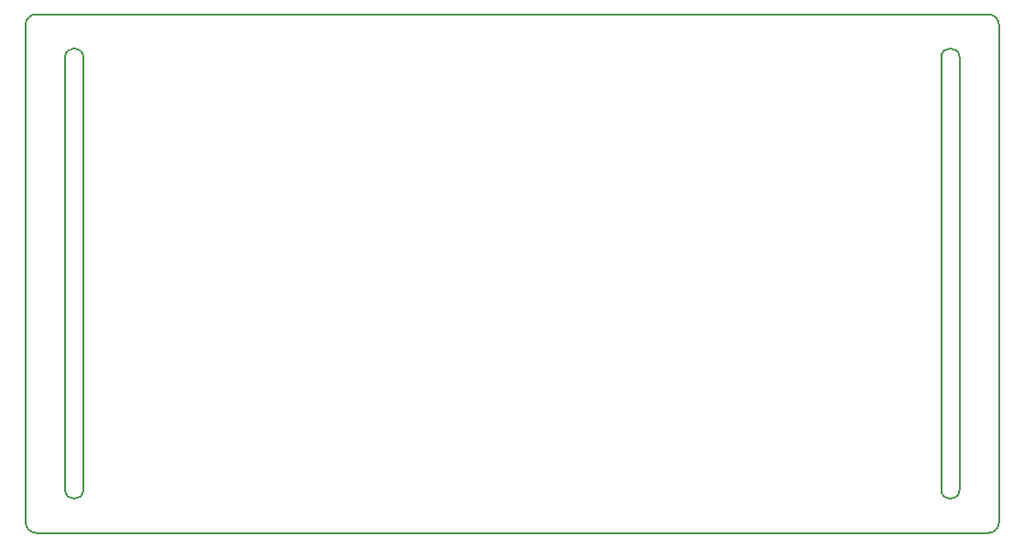
<source format=gbr>
G04 #@! TF.GenerationSoftware,KiCad,Pcbnew,(5.1.2-1)-1*
G04 #@! TF.CreationDate,2019-05-15T16:10:32-07:00*
G04 #@! TF.ProjectId,side 4,73696465-2034-42e6-9b69-6361645f7063,rev?*
G04 #@! TF.SameCoordinates,Original*
G04 #@! TF.FileFunction,Profile,NP*
%FSLAX46Y46*%
G04 Gerber Fmt 4.6, Leading zero omitted, Abs format (unit mm)*
G04 Created by KiCad (PCBNEW (5.1.2-1)-1) date 2019-05-15 16:10:32*
%MOMM*%
%LPD*%
G04 APERTURE LIST*
%ADD10C,0.200000*%
G04 APERTURE END LIST*
D10*
X181765846Y-109680000D02*
X181765846Y-149680000D01*
X180065846Y-109680000D02*
G75*
G02X181765846Y-109680000I850000J0D01*
G01*
X99074153Y-109680000D02*
X99074153Y-149680000D01*
X100774153Y-149680000D02*
G75*
G02X99074153Y-149680000I-850000J0D01*
G01*
X184419999Y-105680000D02*
G75*
G02X185419999Y-106680000I0J-1000000D01*
G01*
X96419999Y-153680001D02*
G75*
G02X95420000Y-152680000I1J1000000D01*
G01*
X95420000Y-106680000D02*
X95420000Y-152680000D01*
X184420000Y-153680000D02*
X96420000Y-153680000D01*
X180065846Y-109680000D02*
X180065846Y-149680000D01*
X181765846Y-149680000D02*
G75*
G02X180065846Y-149680000I-850000J0D01*
G01*
X95419999Y-106679999D02*
G75*
G02X96420000Y-105680000I1000000J-1D01*
G01*
X184419999Y-105680000D02*
X96420000Y-105680000D01*
X100774153Y-109680000D02*
X100774153Y-149680000D01*
X99074153Y-109680000D02*
G75*
G02X100774153Y-109680000I850000J0D01*
G01*
X185420000Y-152680000D02*
G75*
G02X184420000Y-153680000I-1000000J0D01*
G01*
X185420000Y-106680000D02*
X185420000Y-152680000D01*
M02*

</source>
